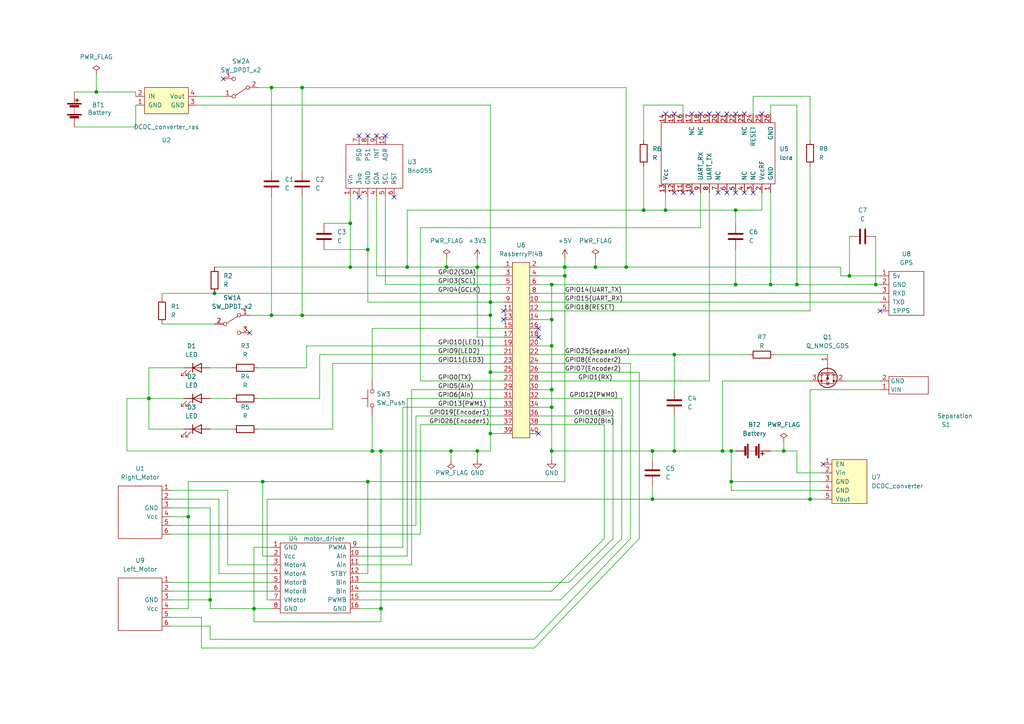
<source format=kicad_sch>
(kicad_sch (version 20211123) (generator eeschema)
  (paper "A4")
  (title_block (title "Cansat_Wolve's_2022") (date "2022-05-27") (company "慶應義塾大学　高橋研究室　Wolve's") (comment 1 "CD-00001-A"))
  (lib_symbols
    (symbol "Device:Battery" (pin_numbers hide) (pin_names (offset 0) hide)
      (property "Reference" "BT" (at 2.54 2.54 0))
      (property "Value" "Battery" (at 2.54 0 0))
      (symbol "Battery_0_1"
        (rectangle (start -2.032 -1.397) (end 2.032 -1.651) (fill (type outline)))
        (rectangle (start -2.032 1.778) (end 2.032 1.524) (fill (type outline)))
        (rectangle (start -1.3208 -1.9812) (end 1.27 -2.4892) (fill (type outline)))
        (rectangle (start -1.3208 1.1938) (end 1.27 0.6858) (fill (type outline)))
        (polyline (pts (xy 0 -1.524) (xy 0 -1.27)))
        (polyline (pts (xy 0 -1.016) (xy 0 -0.762)))
        (polyline (pts (xy 0 -0.508) (xy 0 -0.254)))
        (polyline (pts (xy 0 0) (xy 0 0.254)))
        (polyline (pts (xy 0 0.508) (xy 0 0.762)))
        (polyline (pts (xy 0 1.778) (xy 0 2.54)))
        (polyline (pts (xy 0.254 2.667) (xy 1.27 2.667)) (stroke (width 0.254)))
        (polyline (pts (xy 0.762 3.175) (xy 0.762 2.159)) (stroke (width 0.254)))
      )
      (symbol "Battery_1_1"
        (pin passive line (at 0 5.08 270) (length 2.54) (name "+") (number "1"))
        (pin passive line (at 0 -5.08 90) (length 2.54) (name "-") (number "2"))
      )
    )
    (symbol "Device:C" (pin_numbers hide) (pin_names (offset 0.254))
      (property "Reference" "C" (at 0.635 2.54 0))
      (property "Value" "C" (at 0.635 -2.54 0))
      (symbol "C_0_1"
        (polyline (pts (xy -2.032 -0.762) (xy 2.032 -0.762)) (stroke (width 0.508)))
        (polyline (pts (xy -2.032 0.762) (xy 2.032 0.762)) (stroke (width 0.508)))
      )
      (symbol "C_1_1"
        (pin passive line (at 0 3.81 270) (length 2.794) (name "~") (number "1"))
        (pin passive line (at 0 -3.81 90) (length 2.794) (name "~") (number "2"))
      )
    )
    (symbol "Device:LED" (pin_numbers hide) (pin_names (offset 1.016) hide)
      (property "Reference" "D" (at 0 2.54 0))
      (property "Value" "LED" (at 0 -2.54 0))
      (symbol "LED_0_1"
        (polyline (pts (xy -1.27 -1.27) (xy -1.27 1.27)) (stroke (width 0.254)))
        (polyline (pts (xy -1.27 0) (xy 1.27 0)))
        (polyline (pts (xy 1.27 -1.27) (xy 1.27 1.27) (xy -1.27 0) (xy 1.27 -1.27)) (stroke (width 0.254)))
        (polyline (pts (xy -3.048 -0.762) (xy -4.572 -2.286) (xy -3.81 -2.286) (xy -4.572 -2.286) (xy -4.572 -1.524)))
        (polyline (pts (xy -1.778 -0.762) (xy -3.302 -2.286) (xy -2.54 -2.286) (xy -3.302 -2.286) (xy -3.302 -1.524)))
      )
      (symbol "LED_1_1"
        (pin passive line (at -3.81 0 0) (length 2.54) (name "K") (number "1"))
        (pin passive line (at 3.81 0 180) (length 2.54) (name "A") (number "2"))
      )
    )
    (symbol "Device:Q_NMOS_GDS" (pin_names (offset 0) hide)
      (property "Reference" "Q" (at 5.08 1.27 0))
      (property "Value" "Q_NMOS_GDS" (at 5.08 -1.27 0))
      (symbol "Q_NMOS_GDS_0_1"
        (polyline (pts (xy 0.254 0) (xy -2.54 0)))
        (polyline (pts (xy 0.254 1.905) (xy 0.254 -1.905)) (stroke (width 0.254)))
        (polyline (pts (xy 0.762 -1.27) (xy 0.762 -2.286)) (stroke (width 0.254)))
        (polyline (pts (xy 0.762 0.508) (xy 0.762 -0.508)) (stroke (width 0.254)))
        (polyline (pts (xy 0.762 2.286) (xy 0.762 1.27)) (stroke (width 0.254)))
        (polyline (pts (xy 2.54 2.54) (xy 2.54 1.778)))
        (polyline (pts (xy 2.54 -2.54) (xy 2.54 0) (xy 0.762 0)))
        (polyline (pts (xy 0.762 -1.778) (xy 3.302 -1.778) (xy 3.302 1.778) (xy 0.762 1.778)))
        (polyline (pts (xy 1.016 0) (xy 2.032 0.381) (xy 2.032 -0.381) (xy 1.016 0)) (fill (type outline)))
        (polyline (pts (xy 2.794 0.508) (xy 2.921 0.381) (xy 3.683 0.381) (xy 3.81 0.254)))
        (polyline (pts (xy 3.302 0.381) (xy 2.921 -0.254) (xy 3.683 -0.254) (xy 3.302 0.381)))
        (circle (center 1.651 0) (radius 2.794) (stroke (width 0.254)))
        (circle (center 2.54 -1.778) (radius 0.254) (fill (type outline)))
        (circle (center 2.54 1.778) (radius 0.254) (fill (type outline)))
      )
      (symbol "Q_NMOS_GDS_1_1"
        (pin input line (at -5.08 0 0) (length 2.54) (name "G") (number "1"))
        (pin passive line (at 2.54 5.08 270) (length 2.54) (name "D") (number "2"))
        (pin passive line (at 2.54 -5.08 90) (length 2.54) (name "S") (number "3"))
      )
    )
    (symbol "Device:R" (pin_numbers hide) (pin_names (offset 0))
      (property "Reference" "R" (at 2.032 0 90))
      (property "Value" "R" (at 0 0 90))
      (symbol "R_0_1"
        (rectangle (start -1.016 -2.54) (end 1.016 2.54) (stroke (width 0.254)))
      )
      (symbol "R_1_1"
        (pin passive line (at 0 3.81 270) (length 1.27) (name "~") (number "1"))
        (pin passive line (at 0 -3.81 90) (length 1.27) (name "~") (number "2"))
      )
    )
    (symbol "Switch:SW_DPDT_x2" (pin_names (offset 0) hide)
      (property "Reference" "SW" (at 0 4.318 0))
      (property "Value" "SW_DPDT_x2" (at 0 -5.08 0))
      (symbol "SW_DPDT_x2_0_0"
        (circle (center -2.032 0) (radius 0.508))
        (circle (center 2.032 -2.54) (radius 0.508))
      )
      (symbol "SW_DPDT_x2_0_1"
        (polyline (pts (xy -1.524 0.254) (xy 1.651 2.286)))
        (circle (center 2.032 2.54) (radius 0.508))
      )
      (symbol "SW_DPDT_x2_1_1"
        (pin passive line (at 5.08 2.54 180) (length 2.54) (name "A") (number "1"))
        (pin passive line (at -5.08 0 0) (length 2.54) (name "B") (number "2"))
        (pin passive line (at 5.08 -2.54 180) (length 2.54) (name "C") (number "3"))
      )
      (symbol "SW_DPDT_x2_2_1"
        (pin passive line (at 5.08 2.54 180) (length 2.54) (name "A") (number "4"))
        (pin passive line (at -5.08 0 0) (length 2.54) (name "B") (number "5"))
        (pin passive line (at 5.08 -2.54 180) (length 2.54) (name "C") (number "6"))
      )
    )
    (symbol "Switch:SW_Push" (pin_numbers hide) (pin_names (offset 1.016) hide)
      (property "Reference" "SW" (at 1.27 2.54 0))
      (property "Value" "SW_Push" (at 0 -1.524 0))
      (symbol "SW_Push_0_1"
        (circle (center -2.032 0) (radius 0.508))
        (polyline (pts (xy 0 1.27) (xy 0 3.048)))
        (polyline (pts (xy 2.54 1.27) (xy -2.54 1.27)))
        (circle (center 2.032 0) (radius 0.508))
        (pin passive line (at -5.08 0 0) (length 2.54) (name "1") (number "1"))
        (pin passive line (at 5.08 0 180) (length 2.54) (name "2") (number "2"))
      )
    )
    (symbol "cansat-2022:Bno055" (pin_names (offset 1.016))
      (property "Reference" "U5" (at 21.59 1.27 0))
      (property "Value" "Bno055" (at 24.13 3.81 0))
      (symbol "Bno055_0_0"
        (rectangle (start -6.35 -2.54) (end 6.35 -19.05))
      )
      (symbol "Bno055_1_1"
        (pin power_in line (at -8.89 -3.81 0) (length 2.54) (name "Vin") (number "1"))
        (pin passive line (at 8.89 -13.97 180) (length 2.54) (name "ADR") (number "10"))
        (pin passive line (at -8.89 -6.35 0) (length 2.54) (name "3vo") (number "2"))
        (pin passive line (at -8.89 -8.89 0) (length 2.54) (name "GND") (number "3"))
        (pin passive line (at -8.89 -11.43 0) (length 2.54) (name "SDA") (number "4"))
        (pin passive line (at -8.89 -13.97 0) (length 2.54) (name "SCL") (number "5"))
        (pin passive line (at -8.89 -16.51 0) (length 2.54) (name "RST") (number "6"))
        (pin passive line (at 8.89 -6.35 180) (length 2.54) (name "PS0") (number "7"))
        (pin passive line (at 8.89 -8.89 180) (length 2.54) (name "PS1") (number "8"))
        (pin passive line (at 8.89 -11.43 180) (length 2.54) (name "INT") (number "9"))
      )
    )
    (symbol "cansat-2022:DCDC_converter" (pin_names (offset 1.016))
      (property "Reference" "U7" (at 6.35 -10.1599 0))
      (property "Value" "DCDC_converter" (at 6.35 -12.6999 0))
      (symbol "DCDC_converter_0_1"
        (rectangle (start -5.08 -5.08) (end 5.08 -17.78) (fill (type background)))
      )
      (symbol "DCDC_converter_1_1"
        (pin passive line (at -7.62 -6.35 0) (length 2.54) (name "EN") (number "1"))
        (pin power_in line (at -7.62 -8.89 0) (length 2.54) (name "Vin") (number "2"))
        (pin passive line (at -7.62 -11.43 0) (length 2.54) (name "GND") (number "3"))
        (pin passive line (at -7.62 -13.97 0) (length 2.54) (name "GND") (number "4"))
        (pin power_out line (at -7.62 -16.51 0) (length 2.54) (name "Vout") (number "5"))
      )
    )
    (symbol "cansat-2022:DCDC_converter_ras" (pin_names (offset 1.016))
      (property "Reference" "U2" (at 0 16.51 0))
      (property "Value" "DCDC_converter_ras" (at 0 13.97 0))
      (symbol "DCDC_converter_ras_0_1"
        (rectangle (start -6.35 -3.81) (end 6.35 -11.43) (fill (type background)))
      )
      (symbol "DCDC_converter_ras_1_1"
        (pin passive line (at -8.89 -6.35 0) (length 2.54) (name "GND") (number "1"))
        (pin input line (at -8.89 -8.89 0) (length 2.54) (name "IN") (number "2"))
        (pin passive line (at 8.89 -6.35 180) (length 2.54) (name "GND") (number "3"))
        (pin output line (at 8.89 -8.89 180) (length 2.54) (name "Vout") (number "4"))
      )
    )
    (symbol "cansat-2022:GPS" (pin_names (offset 1.016))
      (property "Reference" "U10" (at 5.7912 7.5946 0))
      (property "Value" "GPS" (at 5.7912 9.906 0))
      (symbol "GPS_0_1"
        (rectangle (start -5.08 -15.24) (end -5.08 -15.24))
        (rectangle (start -5.08 -2.54) (end 5.08 -15.24))
      )
      (symbol "GPS_1_1"
        (pin power_in line (at -7.62 -13.97 0) (length 2.54) (name "5v~{}") (number "1"))
        (pin passive line (at -7.62 -11.43 0) (length 2.54) (name "GND~{}") (number "2"))
        (pin passive line (at -7.62 -8.89 0) (length 2.54) (name "RXD~{}") (number "3"))
        (pin passive line (at -7.62 -6.35 0) (length 2.54) (name "TXD~{}") (number "4"))
        (pin passive line (at -7.62 -3.81 0) (length 2.54) (name "1PPS") (number "5"))
      )
    )
    (symbol "cansat-2022:Motor" (pin_names (offset 1.016))
      (property "Reference" "U1" (at 0 2.54 0))
      (property "Value" "Motor" (at 0 -1.27 0))
      (symbol "Motor_0_1"
        (rectangle (start -6.35 -2.54) (end 6.35 -17.78))
      )
      (symbol "Motor_1_1"
        (pin input line (at -8.89 -3.81 0) (length 2.54) (name "~") (number "1"))
        (pin input line (at -8.89 -6.35 0) (length 2.54) (name "~") (number "2"))
        (pin input line (at -8.89 -8.89 0) (length 2.54) (name "GND") (number "3"))
        (pin input line (at -8.89 -11.43 0) (length 2.54) (name "Vcc") (number "4"))
        (pin output line (at -8.89 -13.97 0) (length 2.54) (name "~") (number "5"))
        (pin output line (at -8.89 -16.51 0) (length 2.54) (name "~") (number "6"))
      )
    )
    (symbol "cansat-2022:RasberryPI4B" (pin_names (offset 1.016))
      (property "Reference" "U6" (at 0 1.905 0))
      (property "Value" "RasberryPI4B" (at 0 -0.4064 0))
      (symbol "RasberryPI4B_0_1"
        (rectangle (start -2.54 -2.54) (end 2.54 -53.34) (fill (type background)))
      )
      (symbol "RasberryPI4B_1_1"
        (pin passive line (at -5.08 -3.81 0) (length 2.54) (name "~") (number "1"))
        (pin passive line (at 5.08 -13.97 180) (length 2.54) (name "~") (number "10"))
        (pin passive line (at -5.08 -16.51 0) (length 2.54) (name "~") (number "11"))
        (pin passive line (at 5.08 -16.51 180) (length 2.54) (name "~") (number "12"))
        (pin passive line (at -5.08 -19.05 0) (length 2.54) (name "~") (number "13"))
        (pin passive line (at 5.08 -19.05 180) (length 2.54) (name "~") (number "14"))
        (pin passive line (at -5.08 -21.59 0) (length 2.54) (name "~") (number "15"))
        (pin passive line (at 5.08 -21.59 180) (length 2.54) (name "~") (number "16"))
        (pin passive line (at -5.08 -24.13 0) (length 2.54) (name "~") (number "17"))
        (pin passive line (at 5.08 -24.13 180) (length 2.54) (name "~") (number "18"))
        (pin passive line (at -5.08 -26.67 0) (length 2.54) (name "~") (number "19"))
        (pin passive line (at 5.08 -3.81 180) (length 2.54) (name "~") (number "2"))
        (pin passive line (at 5.08 -26.67 180) (length 2.54) (name "~") (number "20"))
        (pin passive line (at -5.08 -29.21 0) (length 2.54) (name "~") (number "21"))
        (pin passive line (at 5.08 -29.21 180) (length 2.54) (name "~") (number "22"))
        (pin passive line (at -5.08 -31.75 0) (length 2.54) (name "~") (number "23"))
        (pin passive line (at 5.08 -31.75 180) (length 2.54) (name "~") (number "24"))
        (pin passive line (at -5.08 -34.29 0) (length 2.54) (name "~") (number "25"))
        (pin passive line (at 5.08 -34.29 180) (length 2.54) (name "~") (number "26"))
        (pin passive line (at -5.08 -36.83 0) (length 2.54) (name "~") (number "27"))
        (pin passive line (at 5.08 -36.83 180) (length 2.54) (name "~") (number "28"))
        (pin passive line (at -5.08 -39.37 0) (length 2.54) (name "~") (number "29"))
        (pin passive line (at -5.08 -6.35 0) (length 2.54) (name "~") (number "3"))
        (pin passive line (at 5.08 -39.37 180) (length 2.54) (name "~") (number "30"))
        (pin passive line (at -5.08 -41.91 0) (length 2.54) (name "~") (number "31"))
        (pin passive line (at 5.08 -41.91 180) (length 2.54) (name "~") (number "32"))
        (pin passive line (at -5.08 -44.45 0) (length 2.54) (name "~") (number "33"))
        (pin passive line (at 5.08 -44.45 180) (length 2.54) (name "~") (number "34"))
        (pin passive line (at -5.08 -46.99 0) (length 2.54) (name "~") (number "35"))
        (pin passive line (at 5.08 -46.99 180) (length 2.54) (name "~") (number "36"))
        (pin passive line (at -5.08 -49.53 0) (length 2.54) (name "~") (number "37"))
        (pin passive line (at 5.08 -49.53 180) (length 2.54) (name "~") (number "38"))
        (pin passive line (at -5.08 -52.07 0) (length 2.54) (name "~") (number "39"))
        (pin passive line (at 5.08 -6.35 180) (length 2.54) (name "~") (number "4"))
        (pin passive line (at 5.08 -52.07 180) (length 2.54) (name "~") (number "40"))
        (pin passive line (at -5.08 -8.89 0) (length 2.54) (name "~") (number "5"))
        (pin passive line (at 5.08 -8.89 180) (length 2.54) (name "~") (number "6"))
        (pin passive line (at -5.08 -11.43 0) (length 2.54) (name "~") (number "7"))
        (pin passive line (at 5.08 -11.43 180) (length 2.54) (name "~") (number "8"))
        (pin passive line (at -5.08 -13.97 0) (length 2.54) (name "~") (number "9"))
      )
    )
    (symbol "cansat-2022:Separation"
      (property "Reference" "S1" (at 10.16 6.35 0))
      (property "Value" "Separation" (at 8.89 3.81 0))
      (symbol "Separation_0_1"
        (rectangle (start -5.08 -2.54) (end 6.35 -7.62))
      )
      (symbol "Separation_1_1"
        (pin passive line (at -7.62 -3.81 0) (length 2.54) (name "VIN") (number "1"))
        (pin passive line (at -7.62 -6.35 0) (length 2.54) (name "GND") (number "2"))
      )
    )
    (symbol "cansat-2022:lora" (pin_names (offset 1.016))
      (property "Reference" "U7" (at 1.905 0 0))
      (property "Value" "lora" (at -0.4064 0 0))
      (symbol "lora_0_1"
        (rectangle (start -8.89 -2.54) (end 8.89 -35.56))
      )
      (symbol "lora_1_1"
        (pin input line (at -11.43 -3.81 0) (length 2.54) (name "GND") (number "1"))
        (pin input line (at -11.43 -26.67 0) (length 2.54) (name "~") (number "10"))
        (pin input line (at -11.43 -29.21 0) (length 2.54) (name "~") (number "11"))
        (pin input line (at -11.43 -31.75 0) (length 2.54) (name "~") (number "12"))
        (pin input line (at -11.43 -34.29 0) (length 2.54) (name "Vcc") (number "13"))
        (pin input line (at 11.43 -34.29 180) (length 2.54) (name "~") (number "14"))
        (pin input line (at 11.43 -31.75 180) (length 2.54) (name "~") (number "15"))
        (pin input line (at 11.43 -29.21 180) (length 2.54) (name "~") (number "16"))
        (pin input line (at 11.43 -26.67 180) (length 2.54) (name "NC") (number "17"))
        (pin input line (at 11.43 -24.13 180) (length 2.54) (name "NC") (number "18"))
        (pin input line (at 11.43 -21.59 180) (length 2.54) (name "~") (number "19"))
        (pin input line (at -11.43 -6.35 0) (length 2.54) (name "VccRF") (number "2"))
        (pin input line (at 11.43 -19.05 180) (length 2.54) (name "~") (number "20"))
        (pin input line (at 11.43 -16.51 180) (length 2.54) (name "~") (number "21"))
        (pin input line (at 11.43 -13.97 180) (length 2.54) (name "~") (number "22"))
        (pin input line (at 11.43 -11.43 180) (length 2.54) (name "NC") (number "23"))
        (pin input line (at 11.43 -8.89 180) (length 2.54) (name "RESET") (number "24"))
        (pin input line (at 11.43 -6.35 180) (length 2.54) (name "~") (number "25"))
        (pin input line (at 11.43 -3.81 180) (length 2.54) (name "GND") (number "26"))
        (pin input line (at -11.43 -8.89 0) (length 2.54) (name "NC") (number "3"))
        (pin input line (at -11.43 -11.43 0) (length 2.54) (name "NC") (number "4"))
        (pin input line (at -11.43 -13.97 0) (length 2.54) (name "~") (number "5"))
        (pin input line (at -11.43 -16.51 0) (length 2.54) (name "~") (number "6"))
        (pin input line (at -11.43 -19.05 0) (length 2.54) (name "NC") (number "7"))
        (pin input line (at -11.43 -21.59 0) (length 2.54) (name "UART_TX") (number "8"))
        (pin input line (at -11.43 -24.13 0) (length 2.54) (name "UART_RX") (number "9"))
      )
    )
    (symbol "cansat-2022:motor_driver" (pin_names (offset 1.016))
      (property "Reference" "U4" (at 0 1.905 0))
      (property "Value" "motor_driver" (at 0 -0.4064 0))
      (symbol "motor_driver_0_1"
        (rectangle (start -10.16 -2.54) (end 10.16 -22.86))
      )
      (symbol "motor_driver_1_1"
        (pin input line (at -12.7 -3.81 0) (length 2.54) (name "GND") (number "1"))
        (pin input line (at 12.7 -6.35 180) (length 2.54) (name "Ain") (number "10"))
        (pin input line (at 12.7 -8.89 180) (length 2.54) (name "Ain") (number "11"))
        (pin input line (at 12.7 -11.43 180) (length 2.54) (name "STBY") (number "12"))
        (pin input line (at 12.7 -13.97 180) (length 2.54) (name "Bin") (number "13"))
        (pin input line (at 12.7 -16.51 180) (length 2.54) (name "Bin") (number "14"))
        (pin input line (at 12.7 -19.05 180) (length 2.54) (name "PWMB") (number "15"))
        (pin input line (at 12.7 -21.59 180) (length 2.54) (name "GND") (number "16"))
        (pin power_in line (at -12.7 -6.35 0) (length 2.54) (name "Vcc") (number "2"))
        (pin output line (at -12.7 -8.89 0) (length 2.54) (name "MotorA") (number "3"))
        (pin output line (at -12.7 -11.43 0) (length 2.54) (name "MotorA") (number "4"))
        (pin output line (at -12.7 -13.97 0) (length 2.54) (name "MotorB") (number "5"))
        (pin output line (at -12.7 -16.51 0) (length 2.54) (name "MotorB") (number "6"))
        (pin power_in line (at -12.7 -19.05 0) (length 2.54) (name "VMotor") (number "7"))
        (pin input line (at -12.7 -21.59 0) (length 2.54) (name "GND") (number "8"))
        (pin input line (at 12.7 -3.81 180) (length 2.54) (name "PWMA") (number "9"))
      )
    )
    (symbol "power:+3.3V" (power) (pin_names (offset 0))
      (property "Value" "+3.3V" (at 0 3.556 0))
      (symbol "+3.3V_0_1"
        (polyline (pts (xy -0.762 1.27) (xy 0 2.54)))
        (polyline (pts (xy 0 0) (xy 0 2.54)))
        (polyline (pts (xy 0 2.54) (xy 0.762 1.27)))
      )
      (symbol "+3.3V_1_1"
        (pin power_in line (at 0 0 90) (length 0) hide (name "+3V3") (number "1"))
      )
    )
    (symbol "power:+5V" (power) (pin_names (offset 0))
      (property "Value" "+5V" (at 0 3.556 0))
      (symbol "+5V_0_1"
        (polyline (pts (xy -0.762 1.27) (xy 0 2.54)))
        (polyline (pts (xy 0 0) (xy 0 2.54)))
        (polyline (pts (xy 0 2.54) (xy 0.762 1.27)))
      )
      (symbol "+5V_1_1"
        (pin power_in line (at 0 0 90) (length 0) hide (name "+5V") (number "1"))
      )
    )
    (symbol "power:GND" (power) (pin_names (offset 0))
      (property "Value" "GND" (at 0 -3.81 0))
      (symbol "GND_0_1"
        (polyline (pts (xy 0 0) (xy 0 -1.27) (xy 1.27 -1.27) (xy 0 -2.54) (xy -1.27 -1.27) (xy 0 -1.27)))
      )
      (symbol "GND_1_1"
        (pin power_in line (at 0 0 270) (length 0) hide (name "GND") (number "1"))
      )
    )
    (symbol "power:PWR_FLAG" (power) (pin_numbers hide) (pin_names (offset 0) hide)
      (property "Value" "PWR_FLAG" (at 0 3.81 0))
      (symbol "PWR_FLAG_0_0"
        (pin power_out line (at 0 0 90) (length 0) (name "pwr") (number "1"))
      )
      (symbol "PWR_FLAG_0_1"
        (polyline (pts (xy 0 0) (xy 0 1.27) (xy -1.016 1.905) (xy 0 2.54) (xy 1.016 1.905) (xy 0 1.27)))
      )
    )
  )
  (junction (at 106.68 72.39))
  (junction (at 130.81 130.81))
  (junction (at 231.14 82.55))
  (junction (at 107.95 130.81))
  (junction (at 181.61 77.47))
  (junction (at 138.43 77.47))
  (junction (at 62.23 85.09))
  (junction (at 195.58 130.81))
  (junction (at 212.09 139.7))
  (junction (at 160.02 92.71))
  (junction (at 160.02 130.81))
  (junction (at 101.6 64.77))
  (junction (at 54.61 149.86))
  (junction (at 142.24 87.63))
  (junction (at 163.83 80.01))
  (junction (at 172.72 77.47))
  (junction (at 189.23 130.81))
  (junction (at 213.36 82.55))
  (junction (at 227.33 130.81))
  (junction (at 209.55 130.81))
  (junction (at 73.66 176.53))
  (junction (at 212.09 130.81))
  (junction (at 110.49 130.81))
  (junction (at 189.23 144.78))
  (junction (at 193.04 60.96))
  (junction (at 101.6 77.47))
  (junction (at 142.24 125.73))
  (junction (at 160.02 118.11))
  (junction (at 142.24 91.44))
  (junction (at 213.36 60.96))
  (junction (at 118.11 77.47))
  (junction (at 60.96 173.99))
  (junction (at 186.69 60.96))
  (junction (at 160.02 82.55))
  (junction (at 87.63 25.4))
  (junction (at 43.18 115.57))
  (junction (at 76.2 139.7))
  (junction (at 160.02 113.03))
  (junction (at 234.95 144.78))
  (junction (at 254 82.55))
  (junction (at 246.38 80.01))
  (junction (at 163.83 77.47))
  (junction (at 195.58 102.87))
  (junction (at 106.68 139.7))
  (junction (at 78.74 25.4))
  (junction (at 78.74 91.44))
  (junction (at 110.49 176.53))
  (junction (at 129.54 77.47))
  (junction (at 87.63 91.44))
  (junction (at 138.43 130.81))
  (junction (at 142.24 107.95))
  (junction (at 223.52 82.55))
  (junction (at 160.02 100.33))
  (junction (at 27.94 26.67))
  (no_connect (at 104.14 57.15))
  (no_connect (at 106.68 39.37))
  (no_connect (at 104.14 39.37))
  (no_connect (at 114.3 57.15))
  (no_connect (at 109.22 39.37))
  (no_connect (at 111.76 39.37))
  (no_connect (at 215.9 33.02))
  (no_connect (at 220.98 33.02))
  (no_connect (at 193.04 33.02))
  (no_connect (at 195.58 33.02))
  (no_connect (at 200.66 33.02))
  (no_connect (at 203.2 33.02))
  (no_connect (at 205.74 33.02))
  (no_connect (at 208.28 33.02))
  (no_connect (at 210.82 33.02))
  (no_connect (at 213.36 33.02))
  (no_connect (at 64.77 22.86))
  (no_connect (at 195.58 55.88))
  (no_connect (at 198.12 55.88))
  (no_connect (at 200.66 55.88))
  (no_connect (at 208.28 55.88))
  (no_connect (at 210.82 55.88))
  (no_connect (at 213.36 55.88))
  (no_connect (at 215.9 55.88))
  (no_connect (at 218.44 55.88))
  (no_connect (at 156.21 125.73))
  (no_connect (at 146.05 90.17))
  (no_connect (at 156.21 95.25))
  (no_connect (at 146.05 92.71))
  (no_connect (at 156.21 97.79))
  (no_connect (at 255.27 90.17))
  (no_connect (at 238.76 134.62))
  (no_connect (at 72.39 96.52))
  (wire (pts (xy 156.21 85.09) (xy 255.27 85.09)))
  (wire (pts (xy 138.43 74.93) (xy 138.43 77.47)))
  (wire (pts (xy 146.05 102.87) (xy 92.71 102.87)))
  (wire (pts (xy 243.84 80.01) (xy 246.38 80.01)))
  (wire (pts (xy 49.53 142.24) (xy 66.04 142.24)))
  (wire (pts (xy 109.22 80.01) (xy 146.05 80.01)))
  (wire (pts (xy 78.74 91.44) (xy 87.63 91.44)))
  (wire (pts (xy 36.83 115.57) (xy 43.18 115.57)))
  (wire (pts (xy 146.05 97.79) (xy 138.43 97.79)))
  (wire (pts (xy 163.83 74.93) (xy 163.83 77.47)))
  (wire (pts (xy 27.94 21.59) (xy 27.94 26.67)))
  (wire (pts (xy 27.94 26.67) (xy 39.37 26.67)))
  (wire (pts (xy 60.96 181.61) (xy 49.53 181.61)))
  (wire (pts (xy 195.58 102.87) (xy 217.17 102.87)))
  (wire (pts (xy 66.04 142.24) (xy 66.04 163.83)))
  (wire (pts (xy 209.55 110.49) (xy 209.55 130.81)))
  (wire (pts (xy 146.05 125.73) (xy 142.24 125.73)))
  (wire (pts (xy 162.56 173.99) (xy 104.14 173.99)))
  (wire (pts (xy 54.61 149.86) (xy 54.61 139.7)))
  (wire (pts (xy 43.18 124.46) (xy 53.34 124.46)))
  (wire (pts (xy 227.33 130.81) (xy 231.14 130.81)))
  (wire (pts (xy 67.31 115.57) (xy 60.96 115.57)))
  (wire (pts (xy 120.65 152.4) (xy 49.53 152.4)))
  (wire (pts (xy 177.8 120.65) (xy 177.8 156.21)))
  (wire (pts (xy 92.71 102.87) (xy 92.71 115.57)))
  (wire (pts (xy 182.88 156.21) (xy 154.94 185.42)))
  (wire (pts (xy 146.05 87.63) (xy 142.24 87.63)))
  (wire (pts (xy 156.21 80.01) (xy 163.83 80.01)))
  (wire (pts (xy 212.09 130.81) (xy 213.36 130.81)))
  (wire (pts (xy 93.98 72.39) (xy 106.68 72.39)))
  (wire (pts (xy 156.21 118.11) (xy 160.02 118.11)))
  (wire (pts (xy 231.14 130.81) (xy 231.14 137.16)))
  (wire (pts (xy 111.76 82.55) (xy 146.05 82.55)))
  (wire (pts (xy 203.2 66.04) (xy 203.2 55.88)))
  (wire (pts (xy 186.69 60.96) (xy 193.04 60.96)))
  (wire (pts (xy 110.49 130.81) (xy 130.81 130.81)))
  (wire (pts (xy 57.15 27.94) (xy 64.77 27.94)))
  (wire (pts (xy 156.21 115.57) (xy 180.34 115.57)))
  (wire (pts (xy 146.05 100.33) (xy 88.9 100.33)))
  (wire (pts (xy 49.53 149.86) (xy 54.61 149.86)))
  (wire (pts (xy 130.81 130.81) (xy 130.81 133.35)))
  (wire (pts (xy 156.21 102.87) (xy 195.58 102.87)))
  (wire (pts (xy 121.92 66.04) (xy 203.2 66.04)))
  (wire (pts (xy 156.21 105.41) (xy 182.88 105.41)))
  (wire (pts (xy 223.52 30.48) (xy 231.14 30.48)))
  (wire (pts (xy 142.24 125.73) (xy 142.24 130.81)))
  (wire (pts (xy 195.58 113.03) (xy 195.58 102.87)))
  (wire (pts (xy 205.74 110.49) (xy 205.74 55.88)))
  (wire (pts (xy 162.56 173.99) (xy 180.34 156.21)))
  (wire (pts (xy 142.24 91.44) (xy 142.24 87.63)))
  (wire (pts (xy 160.02 113.03) (xy 160.02 118.11)))
  (wire (pts (xy 163.83 77.47) (xy 172.72 77.47)))
  (wire (pts (xy 101.6 77.47) (xy 62.23 77.47)))
  (wire (pts (xy 223.52 130.81) (xy 227.33 130.81)))
  (wire (pts (xy 154.94 187.96) (xy 58.42 187.96)))
  (wire (pts (xy 54.61 176.53) (xy 54.61 149.86)))
  (wire (pts (xy 78.74 161.29) (xy 76.2 161.29)))
  (wire (pts (xy 156.21 107.95) (xy 185.42 107.95)))
  (wire (pts (xy 46.99 85.09) (xy 46.99 86.36)))
  (wire (pts (xy 120.65 120.65) (xy 146.05 120.65)))
  (wire (pts (xy 67.31 124.46) (xy 60.96 124.46)))
  (wire (pts (xy 246.38 68.58) (xy 246.38 80.01)))
  (wire (pts (xy 63.5 166.37) (xy 78.74 166.37)))
  (wire (pts (xy 238.76 142.24) (xy 212.09 142.24)))
  (wire (pts (xy 175.26 156.21) (xy 175.26 123.19)))
  (wire (pts (xy 118.11 60.96) (xy 186.69 60.96)))
  (wire (pts (xy 96.52 124.46) (xy 74.93 124.46)))
  (wire (pts (xy 36.83 130.81) (xy 107.95 130.81)))
  (wire (pts (xy 218.44 27.94) (xy 218.44 33.02)))
  (wire (pts (xy 195.58 130.81) (xy 209.55 130.81)))
  (wire (pts (xy 118.11 115.57) (xy 146.05 115.57)))
  (wire (pts (xy 245.11 110.49) (xy 255.27 110.49)))
  (wire (pts (xy 213.36 60.96) (xy 220.98 60.96)))
  (wire (pts (xy 121.92 110.49) (xy 121.92 66.04)))
  (wire (pts (xy 106.68 87.63) (xy 106.68 72.39)))
  (wire (pts (xy 39.37 26.67) (xy 39.37 27.94)))
  (wire (pts (xy 234.95 144.78) (xy 238.76 144.78)))
  (wire (pts (xy 234.95 113.03) (xy 234.95 144.78)))
  (wire (pts (xy 78.74 158.75) (xy 73.66 158.75)))
  (wire (pts (xy 142.24 125.73) (xy 142.24 107.95)))
  (wire (pts (xy 186.69 48.26) (xy 186.69 60.96)))
  (wire (pts (xy 104.14 158.75) (xy 116.84 158.75)))
  (wire (pts (xy 231.14 82.55) (xy 254 82.55)))
  (wire (pts (xy 110.49 176.53) (xy 110.49 130.81)))
  (wire (pts (xy 43.18 106.68) (xy 43.18 115.57)))
  (wire (pts (xy 74.93 25.4) (xy 78.74 25.4)))
  (wire (pts (xy 92.71 115.57) (xy 74.93 115.57)))
  (wire (pts (xy 58.42 179.07) (xy 49.53 179.07)))
  (wire (pts (xy 231.14 30.48) (xy 231.14 82.55)))
  (wire (pts (xy 218.44 27.94) (xy 234.95 27.94)))
  (wire (pts (xy 46.99 93.98) (xy 62.23 93.98)))
  (wire (pts (xy 110.49 176.53) (xy 104.14 176.53)))
  (wire (pts (xy 142.24 87.63) (xy 142.24 30.48)))
  (wire (pts (xy 118.11 77.47) (xy 129.54 77.47)))
  (wire (pts (xy 186.69 30.48) (xy 186.69 40.64)))
  (wire (pts (xy 78.74 173.99) (xy 77.47 173.99)))
  (wire (pts (xy 193.04 60.96) (xy 213.36 60.96)))
  (wire (pts (xy 198.12 30.48) (xy 186.69 30.48)))
  (wire (pts (xy 254 82.55) (xy 255.27 82.55)))
  (wire (pts (xy 109.22 80.01) (xy 109.22 57.15)))
  (wire (pts (xy 110.49 180.34) (xy 110.49 176.53)))
  (wire (pts (xy 60.96 176.53) (xy 60.96 173.99)))
  (wire (pts (xy 73.66 158.75) (xy 73.66 176.53)))
  (wire (pts (xy 146.05 85.09) (xy 62.23 85.09)))
  (wire (pts (xy 223.52 55.88) (xy 223.52 82.55)))
  (wire (pts (xy 119.38 163.83) (xy 104.14 163.83)))
  (wire (pts (xy 255.27 113.03) (xy 234.95 113.03)))
  (wire (pts (xy 160.02 118.11) (xy 160.02 130.81)))
  (wire (pts (xy 62.23 85.09) (xy 46.99 85.09)))
  (wire (pts (xy 107.95 120.65) (xy 107.95 130.81)))
  (wire (pts (xy 156.21 100.33) (xy 160.02 100.33)))
  (wire (pts (xy 146.05 107.95) (xy 142.24 107.95)))
  (wire (pts (xy 227.33 128.27) (xy 227.33 130.81)))
  (wire (pts (xy 154.94 185.42) (xy 60.96 185.42)))
  (wire (pts (xy 73.66 176.53) (xy 73.66 180.34)))
  (wire (pts (xy 189.23 133.35) (xy 189.23 130.81)))
  (wire (pts (xy 156.21 77.47) (xy 163.83 77.47)))
  (wire (pts (xy 116.84 118.11) (xy 146.05 118.11)))
  (wire (pts (xy 88.9 100.33) (xy 88.9 106.68)))
  (wire (pts (xy 129.54 74.93) (xy 129.54 77.47)))
  (wire (pts (xy 163.83 80.01) (xy 163.83 77.47)))
  (wire (pts (xy 93.98 64.77) (xy 101.6 64.77)))
  (wire (pts (xy 160.02 100.33) (xy 160.02 113.03)))
  (wire (pts (xy 213.36 64.77) (xy 213.36 60.96)))
  (wire (pts (xy 181.61 25.4) (xy 181.61 77.47)))
  (wire (pts (xy 238.76 139.7) (xy 212.09 139.7)))
  (wire (pts (xy 246.38 80.01) (xy 255.27 80.01)))
  (wire (pts (xy 172.72 74.93) (xy 172.72 77.47)))
  (wire (pts (xy 107.95 110.49) (xy 107.95 95.25)))
  (wire (pts (xy 181.61 77.47) (xy 243.84 77.47)))
  (wire (pts (xy 107.95 130.81) (xy 110.49 130.81)))
  (wire (pts (xy 189.23 144.78) (xy 234.95 144.78)))
  (wire (pts (xy 212.09 130.81) (xy 209.55 130.81)))
  (wire (pts (xy 77.47 144.78) (xy 189.23 144.78)))
  (wire (pts (xy 185.42 156.21) (xy 154.94 187.96)))
  (wire (pts (xy 67.31 106.68) (xy 60.96 106.68)))
  (wire (pts (xy 156.21 82.55) (xy 160.02 82.55)))
  (wire (pts (xy 213.36 72.39) (xy 213.36 82.55)))
  (wire (pts (xy 231.14 137.16) (xy 238.76 137.16)))
  (wire (pts (xy 160.02 130.81) (xy 189.23 130.81)))
  (wire (pts (xy 156.21 92.71) (xy 160.02 92.71)))
  (wire (pts (xy 73.66 180.34) (xy 110.49 180.34)))
  (wire (pts (xy 223.52 82.55) (xy 231.14 82.55)))
  (wire (pts (xy 220.98 55.88) (xy 220.98 60.96)))
  (wire (pts (xy 160.02 92.71) (xy 160.02 100.33)))
  (wire (pts (xy 76.2 139.7) (xy 106.68 139.7)))
  (wire (pts (xy 160.02 82.55) (xy 160.02 92.71)))
  (wire (pts (xy 160.02 130.81) (xy 160.02 133.35)))
  (wire (pts (xy 104.14 161.29) (xy 118.11 161.29)))
  (wire (pts (xy 212.09 142.24) (xy 212.09 139.7)))
  (wire (pts (xy 21.59 26.67) (xy 27.94 26.67)))
  (wire (pts (xy 78.74 176.53) (xy 73.66 176.53)))
  (wire (pts (xy 78.74 171.45) (xy 49.53 171.45)))
  (wire (pts (xy 146.05 113.03) (xy 119.38 113.03)))
  (wire (pts (xy 49.53 144.78) (xy 63.5 144.78)))
  (wire (pts (xy 73.66 176.53) (xy 60.96 176.53)))
  (wire (pts (xy 60.96 185.42) (xy 60.96 181.61)))
  (wire (pts (xy 87.63 57.15) (xy 87.63 91.44)))
  (wire (pts (xy 234.95 48.26) (xy 234.95 90.17)))
  (wire (pts (xy 142.24 107.95) (xy 142.24 91.44)))
  (wire (pts (xy 163.83 80.01) (xy 163.83 139.7)))
  (wire (pts (xy 119.38 113.03) (xy 119.38 163.83)))
  (wire (pts (xy 63.5 144.78) (xy 63.5 166.37)))
  (wire (pts (xy 58.42 187.96) (xy 58.42 179.07)))
  (wire (pts (xy 104.14 166.37) (xy 106.68 166.37)))
  (wire (pts (xy 120.65 120.65) (xy 120.65 152.4)))
  (wire (pts (xy 104.14 168.91) (xy 165.1 168.91)))
  (wire (pts (xy 146.05 123.19) (xy 121.92 123.19)))
  (wire (pts (xy 36.83 130.81) (xy 36.83 115.57)))
  (wire (pts (xy 180.34 115.57) (xy 180.34 156.21)))
  (wire (pts (xy 78.74 57.15) (xy 78.74 91.44)))
  (wire (pts (xy 21.59 36.83) (xy 39.37 36.83)))
  (wire (pts (xy 223.52 33.02) (xy 223.52 30.48)))
  (wire (pts (xy 96.52 105.41) (xy 96.52 124.46)))
  (wire (pts (xy 118.11 60.96) (xy 118.11 77.47)))
  (wire (pts (xy 54.61 139.7) (xy 76.2 139.7)))
  (wire (pts (xy 53.34 106.68) (xy 43.18 106.68)))
  (wire (pts (xy 53.34 115.57) (xy 43.18 115.57)))
  (wire (pts (xy 60.96 147.32) (xy 60.96 173.99)))
  (wire (pts (xy 49.53 176.53) (xy 54.61 176.53)))
  (wire (pts (xy 189.23 130.81) (xy 195.58 130.81)))
  (wire (pts (xy 234.95 27.94) (xy 234.95 40.64)))
  (wire (pts (xy 129.54 77.47) (xy 138.43 77.47)))
  (wire (pts (xy 156.21 110.49) (xy 205.74 110.49)))
  (wire (pts (xy 146.05 95.25) (xy 107.95 95.25)))
  (wire (pts (xy 101.6 77.47) (xy 118.11 77.47)))
  (wire (pts (xy 76.2 161.29) (xy 76.2 139.7)))
  (wire (pts (xy 175.26 156.21) (xy 160.02 171.45)))
  (wire (pts (xy 212.09 139.7) (xy 212.09 130.81)))
  (wire (pts (xy 156.21 87.63) (xy 255.27 87.63)))
  (wire (pts (xy 130.81 130.81) (xy 138.43 130.81)))
  (wire (pts (xy 138.43 130.81) (xy 138.43 133.35)))
  (wire (pts (xy 198.12 33.02) (xy 198.12 30.48)))
  (wire (pts (xy 165.1 168.91) (xy 177.8 156.21)))
  (wire (pts (xy 43.18 115.57) (xy 43.18 124.46)))
  (wire (pts (xy 224.79 102.87) (xy 240.03 102.87)))
  (wire (pts (xy 160.02 82.55) (xy 213.36 82.55)))
  (wire (pts (xy 78.74 49.53) (xy 78.74 25.4)))
  (wire (pts (xy 193.04 55.88) (xy 193.04 60.96)))
  (wire (pts (xy 78.74 25.4) (xy 87.63 25.4)))
  (wire (pts (xy 101.6 57.15) (xy 101.6 64.77)))
  (wire (pts (xy 172.72 77.47) (xy 181.61 77.47)))
  (wire (pts (xy 101.6 64.77) (xy 101.6 77.47)))
  (wire (pts (xy 254 68.58) (xy 254 82.55)))
  (wire (pts (xy 106.68 57.15) (xy 106.68 72.39)))
  (wire (pts (xy 156.21 120.65) (xy 177.8 120.65)))
  (wire (pts (xy 243.84 77.47) (xy 243.84 80.01)))
  (wire (pts (xy 234.95 110.49) (xy 209.55 110.49)))
  (wire (pts (xy 121.92 154.94) (xy 49.53 154.94)))
  (wire (pts (xy 185.42 107.95) (xy 185.42 156.21)))
  (wire (pts (xy 146.05 110.49) (xy 121.92 110.49)))
  (wire (pts (xy 213.36 82.55) (xy 223.52 82.55)))
  (wire (pts (xy 104.14 171.45) (xy 160.02 171.45)))
  (wire (pts (xy 87.63 91.44) (xy 142.24 91.44)))
  (wire (pts (xy 156.21 113.03) (xy 160.02 113.03)))
  (wire (pts (xy 87.63 49.53) (xy 87.63 25.4)))
  (wire (pts (xy 234.95 90.17) (xy 156.21 90.17)))
  (wire (pts (xy 77.47 173.99) (xy 77.47 144.78)))
  (wire (pts (xy 138.43 130.81) (xy 142.24 130.81)))
  (wire (pts (xy 72.39 91.44) (xy 78.74 91.44)))
  (wire (pts (xy 106.68 87.63) (xy 142.24 87.63)))
  (wire (pts (xy 66.04 163.83) (xy 78.74 163.83)))
  (wire (pts (xy 195.58 120.65) (xy 195.58 130.81)))
  (wire (pts (xy 87.63 25.4) (xy 181.61 25.4)))
  (wire (pts (xy 146.05 105.41) (xy 96.52 105.41)))
  (wire (pts (xy 49.53 168.91) (xy 78.74 168.91)))
  (wire (pts (xy 106.68 166.37) (xy 106.68 139.7)))
  (wire (pts (xy 111.76 57.15) (xy 111.76 82.55)))
  (wire (pts (xy 60.96 173.99) (xy 49.53 173.99)))
  (wire (pts (xy 189.23 140.97) (xy 189.23 144.78)))
  (wire (pts (xy 88.9 106.68) (xy 74.93 106.68)))
  (wire (pts (xy 118.11 161.29) (xy 118.11 115.57)))
  (wire (pts (xy 57.15 30.48) (xy 142.24 30.48)))
  (wire (pts (xy 49.53 147.32) (xy 60.96 147.32)))
  (wire (pts (xy 39.37 30.48) (xy 39.37 36.83)))
  (wire (pts (xy 146.05 77.47) (xy 138.43 77.47)))
  (wire (pts (xy 121.92 123.19) (xy 121.92 154.94)))
  (wire (pts (xy 116.84 158.75) (xy 116.84 118.11)))
  (wire (pts (xy 182.88 105.41) (xy 182.88 156.21)))
  (wire (pts (xy 138.43 97.79) (xy 138.43 77.47)))
  (wire (pts (xy 106.68 139.7) (xy 163.83 139.7)))
  (wire (pts (xy 175.26 123.19) (xy 156.21 123.19)))
  (label "GPIO5(Ain)" (at 127 113.03 0))
  (label "GPIO1(RX)" (at 167.64 110.49 0))
  (label "GPIO20(BIn)" (at 166.37 123.19 0))
  (label "GPIO9(LED2)" (at 127 102.87 0))
  (label "GPIO11(LED3)" (at 127 105.41 0))
  (label "GPIO8(Encoder2)" (at 163.83 105.41 0))
  (label "GPIO6(Ain)" (at 127 115.57 0))
  (label "GPIO10(LED1)" (at 127 100.33 0))
  (label "GPIO2(SDA)" (at 127 80.01 0))
  (label "GPIO15(UART_RX)" (at 163.83 87.63 0))
  (label "GPIO3(SCL)" (at 127 82.55 0))
  (label "GPIO12(PWM0)" (at 165.1 115.57 0))
  (label "GPIO16(Bin)" (at 166.37 120.65 0))
  (label "GPIO14(UART_TX)" (at 163.83 85.09 0))
  (label "GPIO0(TX)" (at 127 110.49 0))
  (label "GPIO13(PWM1)" (at 127 118.11 0))
  (label "GPIO18(RESET)" (at 163.83 90.17 0))
  (label "GPIO25(Separation)" (at 163.83 102.87 0))
  (label "GPIO7(Encoder2)" (at 163.83 107.95 0))
  (label "GPIO26(Encoder1)" (at 124.46 123.19 0))
  (label "GPIO19(Encoder1)" (at 124.46 120.65 0))
  (label "GPIO4(GCLK)" (at 127 85.09 0))
  (symbol (lib_id "Switch:SW_DPDT_x2") (at 69.85 25.4 180) (unit 1)
    (property "Reference" "SW2" (at 69.85 17.78 0))
    (property "Value" "SW_DPDT_x2" (at 69.85 20.32 0))
    (property "Footprint" "cansat-2022:PinSocket_1x03_P2.54mm_Vertical" (effects hide))
  )
  (symbol (lib_id "Device:R") (at 62.23 81.28 0) (unit 1)
    (property "Reference" "R2" (at 64.77 80.0099 0) (effects (justify left)))
    (property "Value" "R" (at 64.77 82.5499 0) (effects (justify left)))
    (property "Footprint" "cansat-2022:R_Axial_DIN0207_L6.3mm_D2.5mm_P10.16mm_Horizontal" (effects hide))
  )
  (symbol (lib_id "Device:C") (at 78.74 53.34 0) (unit 1)
    (property "Reference" "C1" (at 82.55 52.0699 0) (effects (justify left)))
    (property "Value" "C" (at 82.55 54.6099 0) (effects (justify left)))
    (property "Footprint" "cansat-2022:CP_Radial_D5.0mm_P2.50mm" (effects hide))
  )
  (symbol (lib_id "Device:LED") (at 57.15 106.68 0) (unit 1)
    (property "Reference" "D1" (at 55.5625 100.33 0))
    (property "Value" "LED" (at 55.5625 102.87 0))
    (property "Footprint" "cansat-2022:LED_D5.0mm" (effects hide))
  )
  (symbol (lib_id "power:+3.3V") (at 138.43 74.93 0) (unit 1)
    (property "Reference" "#PWR01" (effects hide))
    (property "Value" "+3.3V" (at 138.43 69.85 0))
  )
  (symbol (lib_id "power:PWR_FLAG") (at 27.94 21.59 0) (unit 1)
    (property "Reference" "#FLG01" (effects hide))
    (property "Value" "PWR_FLAG" (at 27.94 16.51 0))
  )
  (symbol (lib_id "Device:R") (at 46.99 90.17 0) (unit 1)
    (property "Reference" "R1" (at 49.53 88.8999 0) (effects (justify left)))
    (property "Value" "R" (at 49.53 91.4399 0) (effects (justify left)))
    (property "Footprint" "cansat-2022:R_Axial_DIN0207_L6.3mm_D2.5mm_P10.16mm_Horizontal" (effects hide))
  )
  (symbol (lib_id "Device:LED") (at 57.15 115.57 0) (unit 1)
    (property "Reference" "D2" (at 55.5625 109.22 0))
    (property "Value" "LED" (at 55.5625 111.76 0))
    (property "Footprint" "cansat-2022:LED_D5.0mm" (effects hide))
  )
  (symbol (lib_id "Device:C") (at 195.58 116.84 0) (unit 1)
    (property "Reference" "C4" (at 199.39 115.5699 0) (effects (justify left)))
    (property "Value" "C" (at 199.39 118.1099 0) (effects (justify left)))
    (property "Footprint" "cansat-2022:CP_Radial_D5.0mm_P2.50mm" (effects hide))
  )
  (symbol (lib_id "cansat-2022:Bno055") (at 97.79 48.26 90) (unit 1)
    (property "Reference" "U3" (at 118.11 46.9899 90) (effects (justify right)))
    (property "Value" "Bno055" (at 118.11 49.5299 90) (effects (justify right)))
    (property "Footprint" "cansat-2022:Bno055" (effects hide))
  )
  (symbol (lib_id "Switch:SW_DPDT_x2") (at 67.31 93.98 0) (unit 1)
    (property "Reference" "SW1" (at 67.31 86.36 0))
    (property "Value" "SW_DPDT_x2" (at 67.31 88.9 0))
    (property "Footprint" "cansat-2022:PinSocket_1x03_P2.54mm_Vertical" (effects hide))
  )
  (symbol (lib_id "cansat-2022:DCDC_converter") (at 246.38 128.27 0) (unit 1)
    (property "Reference" "U7" (at 252.73 138.4299 0) (effects (justify left)))
    (property "Value" "DCDC_converter" (at 252.73 140.9699 0) (effects (justify left)))
    (property "Footprint" "cansat-2022:DCDC_converter_servo" (effects hide))
  )
  (symbol (lib_id "Device:C") (at 213.36 68.58 0) (unit 1)
    (property "Reference" "C6" (at 217.17 67.3099 0) (effects (justify left)))
    (property "Value" "C" (at 217.17 69.8499 0) (effects (justify left)))
    (property "Footprint" "cansat-2022:CP_Radial_D5.0mm_P2.50mm" (effects hide))
  )
  (symbol (lib_id "cansat-2022:DCDC_converter_ras") (at 48.26 36.83 0) (mirror x) (unit 1)
    (property "Reference" "U2" (at 48.26 40.64 0))
    (property "Value" "DCDC_converter_ras" (at 48.26 36.83 0))
    (property "Footprint" "cansat-2022:DCDC_converter_ras_2022" (effects hide))
  )
  (symbol (lib_id "cansat-2022:Motor") (at 40.64 165.1 0) (mirror y) (unit 1)
    (property "Reference" "U9" (at 40.64 162.56 0))
    (property "Value" "Left_Motor" (at 40.64 165.1 0))
    (property "Footprint" "cansat-2022:Motor" (effects hide))
  )
  (symbol (lib_id "Device:R") (at 234.95 44.45 0) (unit 1)
    (property "Reference" "R8" (at 237.49 43.1799 0) (effects (justify left)))
    (property "Value" "R" (at 237.49 45.7199 0) (effects (justify left)))
    (property "Footprint" "cansat-2022:R_Axial_DIN0207_L6.3mm_D2.5mm_P10.16mm_Horizontal" (effects hide))
  )
  (symbol (lib_id "power:GND") (at 138.43 133.35 0) (unit 1)
    (property "Reference" "#PWR02" (effects hide))
    (property "Value" "GND" (at 138.43 137.16 0))
  )
  (symbol (lib_id "cansat-2022:GPS") (at 262.89 93.98 0) (mirror x) (unit 1)
    (property "Reference" "U8" (at 262.89 73.66 0))
    (property "Value" "GPS" (at 262.89 76.2 0))
    (property "Footprint" "cansat-2022:GPS" (effects hide))
  )
  (symbol (lib_id "Device:R") (at 71.12 115.57 90) (unit 1)
    (property "Reference" "R4" (at 71.12 109.22 90))
    (property "Value" "R" (at 71.12 111.76 90))
    (property "Footprint" "cansat-2022:R_Axial_DIN0207_L6.3mm_D2.5mm_P10.16mm_Horizontal" (effects hide))
  )
  (symbol (lib_id "power:PWR_FLAG") (at 227.33 128.27 0) (unit 1)
    (property "Reference" "#FLG05" (effects hide))
    (property "Value" "PWR_FLAG" (at 227.33 123.19 0))
  )
  (symbol (lib_id "Device:C") (at 250.19 68.58 90) (unit 1)
    (property "Reference" "C7" (at 250.19 60.96 90))
    (property "Value" "C" (at 250.19 63.5 90))
    (property "Footprint" "cansat-2022:CP_Radial_D5.0mm_P2.50mm" (effects hide))
  )
  (symbol (lib_id "power:GND") (at 160.02 133.35 0) (unit 1)
    (property "Reference" "#PWR03" (effects hide))
    (property "Value" "GND" (at 160.02 137.16 0))
  )
  (symbol (lib_id "Switch:SW_Push") (at 107.95 115.57 90) (unit 1)
    (property "Reference" "SW3" (at 109.22 114.2999 90) (effects (justify right)))
    (property "Value" "SW_Push" (at 109.22 116.84 90) (effects (justify right)))
    (property "Footprint" "cansat-2022:Push_Button" (effects hide))
  )
  (symbol (lib_id "cansat-2022:Motor") (at 40.64 138.43 0) (mirror y) (unit 1)
    (property "Reference" "U1" (at 40.64 135.89 0))
    (property "Value" "Right_Motor" (at 40.64 138.43 0))
    (property "Footprint" "cansat-2022:Motor" (effects hide))
  )
  (symbol (lib_id "cansat-2022:lora") (at 227.33 44.45 270) (mirror x) (unit 1)
    (property "Reference" "U5" (at 226.06 43.1799 90) (effects (justify left)))
    (property "Value" "lora" (at 226.06 45.7199 90) (effects (justify left)))
    (property "Footprint" "cansat-2022:LoRa" (effects hide))
  )
  (symbol (lib_id "Device:R") (at 186.69 44.45 0) (unit 1)
    (property "Reference" "R6" (at 189.23 43.1799 0) (effects (justify left)))
    (property "Value" "R" (at 189.23 45.7199 0) (effects (justify left)))
    (property "Footprint" "cansat-2022:R_Axial_DIN0207_L6.3mm_D2.5mm_P10.16mm_Horizontal" (effects hide))
  )
  (symbol (lib_id "power:+5V") (at 163.83 74.93 0) (unit 1)
    (property "Reference" "#PWR04" (effects hide))
    (property "Value" "+5V" (at 163.83 69.85 0))
  )
  (symbol (lib_id "Device:LED") (at 57.15 124.46 0) (unit 1)
    (property "Reference" "D3" (at 55.5625 118.11 0))
    (property "Value" "LED" (at 55.5625 120.65 0))
    (property "Footprint" "cansat-2022:LED_D5.0mm" (effects hide))
  )
  (symbol (lib_id "Device:R") (at 71.12 124.46 90) (unit 1)
    (property "Reference" "R5" (at 71.12 118.11 90))
    (property "Value" "R" (at 71.12 120.65 90))
    (property "Footprint" "cansat-2022:R_Axial_DIN0207_L6.3mm_D2.5mm_P10.16mm_Horizontal" (effects hide))
  )
  (symbol (lib_id "Device:Battery") (at 218.44 130.81 270) (unit 1)
    (property "Reference" "BT2" (at 218.821 123.19 90))
    (property "Value" "Battery" (at 218.821 125.73 90))
    (property "Footprint" "cansat-2022:BT2_Motor" (effects hide))
  )
  (symbol (lib_id "Device:R") (at 220.98 102.87 90) (unit 1)
    (property "Reference" "R7" (at 220.98 97.79 90))
    (property "Value" "R" (at 220.98 100.33 90))
    (property "Footprint" "cansat-2022:R_Axial_DIN0207_L6.3mm_D2.5mm_P10.16mm_Horizontal" (effects hide))
  )
  (symbol (lib_id "power:PWR_FLAG") (at 129.54 74.93 0) (unit 1)
    (property "Reference" "#FLG02" (effects hide))
    (property "Value" "PWR_FLAG" (at 129.54 69.85 0))
  )
  (symbol (lib_id "power:PWR_FLAG") (at 172.72 74.93 0) (unit 1)
    (property "Reference" "#FLG04" (effects hide))
    (property "Value" "PWR_FLAG" (at 172.72 69.85 0))
  )
  (symbol (lib_id "cansat-2022:RasberryPI4B") (at 151.13 73.66 0) (unit 1)
    (property "Reference" "U6" (at 151.13 71.12 0))
    (property "Value" "RasberryPI4B" (at 151.13 73.66 0))
    (property "Footprint" "cansat-2022:raspberrypi" (effects hide))
  )
  (symbol (lib_id "cansat-2022:motor_driver") (at 91.44 154.94 0) (unit 1)
    (property "Reference" "U4" (at 85.09 156.21 0))
    (property "Value" "motor_driver" (at 93.98 156.21 0))
    (property "Footprint" "cansat-2022:motor_driver" (effects hide))
  )
  (symbol (lib_id "Device:C") (at 93.98 68.58 0) (unit 1)
    (property "Reference" "C3" (at 97.79 67.3099 0) (effects (justify left)))
    (property "Value" "C" (at 97.79 69.8499 0) (effects (justify left)))
    (property "Footprint" "cansat-2022:CP_Radial_D5.0mm_P2.50mm" (effects hide))
  )
  (symbol (lib_id "Device:C") (at 87.63 53.34 0) (unit 1)
    (property "Reference" "C2" (at 91.44 52.0699 0) (effects (justify left)))
    (property "Value" "C" (at 91.44 54.6099 0) (effects (justify left)))
    (property "Footprint" "cansat-2022:CP_Radial_D5.0mm_P2.50mm" (effects hide))
  )
  (symbol (lib_id "Device:Q_NMOS_GDS") (at 240.03 107.95 270) (unit 1)
    (property "Reference" "Q1" (at 240.03 97.79 90))
    (property "Value" "Q_NMOS_GDS" (at 240.03 100.33 90))
    (property "Footprint" "cansat-2022:MOS_FET" (effects hide))
  )
  (symbol (lib_id "cansat-2022:Separation") (at 262.89 116.84 0) (mirror x) (unit 1)
    (property "Reference" "S1" (at 273.05 123.19 0) (effects (justify left)))
    (property "Value" "Separation" (at 271.78 120.65 0) (effects (justify left)))
    (property "Footprint" "cansat-2022:separation" (effects hide))
  )
  (symbol (lib_id "Device:C") (at 189.23 137.16 0) (unit 1)
    (property "Reference" "C5" (at 193.04 135.8899 0) (effects (justify left)))
    (property "Value" "C" (at 193.04 138.4299 0) (effects (justify left)))
    (property "Footprint" "cansat-2022:CP_Radial_D5.0mm_P2.50mm" (effects hide))
  )
  (symbol (lib_id "Device:R") (at 71.12 106.68 90) (unit 1)
    (property "Reference" "R3" (at 71.12 100.33 90))
    (property "Value" "R" (at 71.12 102.87 90))
    (property "Footprint" "cansat-2022:R_Axial_DIN0207_L6.3mm_D2.5mm_P10.16mm_Horizontal" (effects hide))
  )
  (symbol (lib_id "power:PWR_FLAG") (at 130.81 133.35 0) (mirror x) (unit 1)
    (property "Reference" "#FLG03" (effects hide))
    (property "Value" "PWR_FLAG" (at 135.89 137.16 0) (effects (justify right)))
  )
  (symbol (lib_id "Device:Battery") (at 21.59 31.75 0) (unit 1)
    (property "Reference" "BT1" (at 26.67 30.48 0) (effects (justify left)))
    (property "Value" "Battery" (at 25.4 32.6389 0) (effects (justify left)))
    (property "Footprint" "cansat-2022:BT2_Motor" (effects hide))
  )
)
</source>
